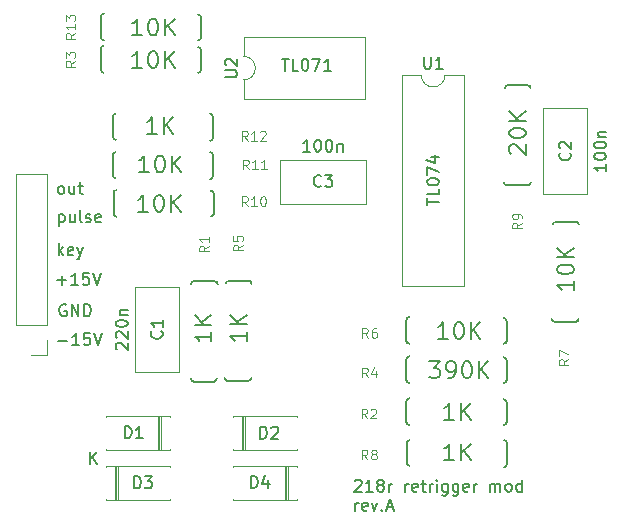
<source format=gbr>
%TF.GenerationSoftware,KiCad,Pcbnew,(6.0.0-0)*%
%TF.CreationDate,2022-01-05T21:11:28+01:00*%
%TF.ProjectId,218_trigger_mod,3231385f-7472-4696-9767-65725f6d6f64,rev?*%
%TF.SameCoordinates,Original*%
%TF.FileFunction,Legend,Top*%
%TF.FilePolarity,Positive*%
%FSLAX46Y46*%
G04 Gerber Fmt 4.6, Leading zero omitted, Abs format (unit mm)*
G04 Created by KiCad (PCBNEW (6.0.0-0)) date 2022-01-05 21:11:28*
%MOMM*%
%LPD*%
G01*
G04 APERTURE LIST*
%ADD10C,0.150000*%
%ADD11C,0.076200*%
%ADD12C,0.152400*%
%ADD13C,0.120000*%
G04 APERTURE END LIST*
D10*
X122733809Y-102580380D02*
X122733809Y-101580380D01*
X122829047Y-102199428D02*
X123114761Y-102580380D01*
X123114761Y-101913714D02*
X122733809Y-102294666D01*
X123924285Y-102532761D02*
X123829047Y-102580380D01*
X123638571Y-102580380D01*
X123543333Y-102532761D01*
X123495714Y-102437523D01*
X123495714Y-102056571D01*
X123543333Y-101961333D01*
X123638571Y-101913714D01*
X123829047Y-101913714D01*
X123924285Y-101961333D01*
X123971904Y-102056571D01*
X123971904Y-102151809D01*
X123495714Y-102247047D01*
X124305238Y-101913714D02*
X124543333Y-102580380D01*
X124781428Y-101913714D02*
X124543333Y-102580380D01*
X124448095Y-102818476D01*
X124400476Y-102866095D01*
X124305238Y-102913714D01*
X122850476Y-97380380D02*
X122755238Y-97332761D01*
X122707619Y-97285142D01*
X122660000Y-97189904D01*
X122660000Y-96904190D01*
X122707619Y-96808952D01*
X122755238Y-96761333D01*
X122850476Y-96713714D01*
X122993333Y-96713714D01*
X123088571Y-96761333D01*
X123136190Y-96808952D01*
X123183809Y-96904190D01*
X123183809Y-97189904D01*
X123136190Y-97285142D01*
X123088571Y-97332761D01*
X122993333Y-97380380D01*
X122850476Y-97380380D01*
X124040952Y-96713714D02*
X124040952Y-97380380D01*
X123612380Y-96713714D02*
X123612380Y-97237523D01*
X123660000Y-97332761D01*
X123755238Y-97380380D01*
X123898095Y-97380380D01*
X123993333Y-97332761D01*
X124040952Y-97285142D01*
X124374285Y-96713714D02*
X124755238Y-96713714D01*
X124517142Y-96380380D02*
X124517142Y-97237523D01*
X124564761Y-97332761D01*
X124660000Y-97380380D01*
X124755238Y-97380380D01*
X122598095Y-104699428D02*
X123360000Y-104699428D01*
X122979047Y-105080380D02*
X122979047Y-104318476D01*
X124360000Y-105080380D02*
X123788571Y-105080380D01*
X124074285Y-105080380D02*
X124074285Y-104080380D01*
X123979047Y-104223238D01*
X123883809Y-104318476D01*
X123788571Y-104366095D01*
X125264761Y-104080380D02*
X124788571Y-104080380D01*
X124740952Y-104556571D01*
X124788571Y-104508952D01*
X124883809Y-104461333D01*
X125121904Y-104461333D01*
X125217142Y-104508952D01*
X125264761Y-104556571D01*
X125312380Y-104651809D01*
X125312380Y-104889904D01*
X125264761Y-104985142D01*
X125217142Y-105032761D01*
X125121904Y-105080380D01*
X124883809Y-105080380D01*
X124788571Y-105032761D01*
X124740952Y-104985142D01*
X125598095Y-104080380D02*
X125931428Y-105080380D01*
X126264761Y-104080380D01*
X123348095Y-106778000D02*
X123252857Y-106730380D01*
X123110000Y-106730380D01*
X122967142Y-106778000D01*
X122871904Y-106873238D01*
X122824285Y-106968476D01*
X122776666Y-107158952D01*
X122776666Y-107301809D01*
X122824285Y-107492285D01*
X122871904Y-107587523D01*
X122967142Y-107682761D01*
X123110000Y-107730380D01*
X123205238Y-107730380D01*
X123348095Y-107682761D01*
X123395714Y-107635142D01*
X123395714Y-107301809D01*
X123205238Y-107301809D01*
X123824285Y-107730380D02*
X123824285Y-106730380D01*
X124395714Y-107730380D01*
X124395714Y-106730380D01*
X124871904Y-107730380D02*
X124871904Y-106730380D01*
X125110000Y-106730380D01*
X125252857Y-106778000D01*
X125348095Y-106873238D01*
X125395714Y-106968476D01*
X125443333Y-107158952D01*
X125443333Y-107301809D01*
X125395714Y-107492285D01*
X125348095Y-107587523D01*
X125252857Y-107682761D01*
X125110000Y-107730380D01*
X124871904Y-107730380D01*
X147787976Y-121687619D02*
X147835595Y-121640000D01*
X147930833Y-121592380D01*
X148168928Y-121592380D01*
X148264166Y-121640000D01*
X148311785Y-121687619D01*
X148359404Y-121782857D01*
X148359404Y-121878095D01*
X148311785Y-122020952D01*
X147740357Y-122592380D01*
X148359404Y-122592380D01*
X149311785Y-122592380D02*
X148740357Y-122592380D01*
X149026071Y-122592380D02*
X149026071Y-121592380D01*
X148930833Y-121735238D01*
X148835595Y-121830476D01*
X148740357Y-121878095D01*
X149883214Y-122020952D02*
X149787976Y-121973333D01*
X149740357Y-121925714D01*
X149692738Y-121830476D01*
X149692738Y-121782857D01*
X149740357Y-121687619D01*
X149787976Y-121640000D01*
X149883214Y-121592380D01*
X150073690Y-121592380D01*
X150168928Y-121640000D01*
X150216547Y-121687619D01*
X150264166Y-121782857D01*
X150264166Y-121830476D01*
X150216547Y-121925714D01*
X150168928Y-121973333D01*
X150073690Y-122020952D01*
X149883214Y-122020952D01*
X149787976Y-122068571D01*
X149740357Y-122116190D01*
X149692738Y-122211428D01*
X149692738Y-122401904D01*
X149740357Y-122497142D01*
X149787976Y-122544761D01*
X149883214Y-122592380D01*
X150073690Y-122592380D01*
X150168928Y-122544761D01*
X150216547Y-122497142D01*
X150264166Y-122401904D01*
X150264166Y-122211428D01*
X150216547Y-122116190D01*
X150168928Y-122068571D01*
X150073690Y-122020952D01*
X150692738Y-122592380D02*
X150692738Y-121925714D01*
X150692738Y-122116190D02*
X150740357Y-122020952D01*
X150787976Y-121973333D01*
X150883214Y-121925714D01*
X150978452Y-121925714D01*
X152073690Y-122592380D02*
X152073690Y-121925714D01*
X152073690Y-122116190D02*
X152121309Y-122020952D01*
X152168928Y-121973333D01*
X152264166Y-121925714D01*
X152359404Y-121925714D01*
X153073690Y-122544761D02*
X152978452Y-122592380D01*
X152787976Y-122592380D01*
X152692738Y-122544761D01*
X152645119Y-122449523D01*
X152645119Y-122068571D01*
X152692738Y-121973333D01*
X152787976Y-121925714D01*
X152978452Y-121925714D01*
X153073690Y-121973333D01*
X153121309Y-122068571D01*
X153121309Y-122163809D01*
X152645119Y-122259047D01*
X153407023Y-121925714D02*
X153787976Y-121925714D01*
X153549880Y-121592380D02*
X153549880Y-122449523D01*
X153597500Y-122544761D01*
X153692738Y-122592380D01*
X153787976Y-122592380D01*
X154121309Y-122592380D02*
X154121309Y-121925714D01*
X154121309Y-122116190D02*
X154168928Y-122020952D01*
X154216547Y-121973333D01*
X154311785Y-121925714D01*
X154407023Y-121925714D01*
X154740357Y-122592380D02*
X154740357Y-121925714D01*
X154740357Y-121592380D02*
X154692738Y-121640000D01*
X154740357Y-121687619D01*
X154787976Y-121640000D01*
X154740357Y-121592380D01*
X154740357Y-121687619D01*
X155645119Y-121925714D02*
X155645119Y-122735238D01*
X155597500Y-122830476D01*
X155549880Y-122878095D01*
X155454642Y-122925714D01*
X155311785Y-122925714D01*
X155216547Y-122878095D01*
X155645119Y-122544761D02*
X155549880Y-122592380D01*
X155359404Y-122592380D01*
X155264166Y-122544761D01*
X155216547Y-122497142D01*
X155168928Y-122401904D01*
X155168928Y-122116190D01*
X155216547Y-122020952D01*
X155264166Y-121973333D01*
X155359404Y-121925714D01*
X155549880Y-121925714D01*
X155645119Y-121973333D01*
X156549880Y-121925714D02*
X156549880Y-122735238D01*
X156502261Y-122830476D01*
X156454642Y-122878095D01*
X156359404Y-122925714D01*
X156216547Y-122925714D01*
X156121309Y-122878095D01*
X156549880Y-122544761D02*
X156454642Y-122592380D01*
X156264166Y-122592380D01*
X156168928Y-122544761D01*
X156121309Y-122497142D01*
X156073690Y-122401904D01*
X156073690Y-122116190D01*
X156121309Y-122020952D01*
X156168928Y-121973333D01*
X156264166Y-121925714D01*
X156454642Y-121925714D01*
X156549880Y-121973333D01*
X157407023Y-122544761D02*
X157311785Y-122592380D01*
X157121309Y-122592380D01*
X157026071Y-122544761D01*
X156978452Y-122449523D01*
X156978452Y-122068571D01*
X157026071Y-121973333D01*
X157121309Y-121925714D01*
X157311785Y-121925714D01*
X157407023Y-121973333D01*
X157454642Y-122068571D01*
X157454642Y-122163809D01*
X156978452Y-122259047D01*
X157883214Y-122592380D02*
X157883214Y-121925714D01*
X157883214Y-122116190D02*
X157930833Y-122020952D01*
X157978452Y-121973333D01*
X158073690Y-121925714D01*
X158168928Y-121925714D01*
X159264166Y-122592380D02*
X159264166Y-121925714D01*
X159264166Y-122020952D02*
X159311785Y-121973333D01*
X159407023Y-121925714D01*
X159549880Y-121925714D01*
X159645119Y-121973333D01*
X159692738Y-122068571D01*
X159692738Y-122592380D01*
X159692738Y-122068571D02*
X159740357Y-121973333D01*
X159835595Y-121925714D01*
X159978452Y-121925714D01*
X160073690Y-121973333D01*
X160121309Y-122068571D01*
X160121309Y-122592380D01*
X160740357Y-122592380D02*
X160645119Y-122544761D01*
X160597500Y-122497142D01*
X160549880Y-122401904D01*
X160549880Y-122116190D01*
X160597500Y-122020952D01*
X160645119Y-121973333D01*
X160740357Y-121925714D01*
X160883214Y-121925714D01*
X160978452Y-121973333D01*
X161026071Y-122020952D01*
X161073690Y-122116190D01*
X161073690Y-122401904D01*
X161026071Y-122497142D01*
X160978452Y-122544761D01*
X160883214Y-122592380D01*
X160740357Y-122592380D01*
X161930833Y-122592380D02*
X161930833Y-121592380D01*
X161930833Y-122544761D02*
X161835595Y-122592380D01*
X161645119Y-122592380D01*
X161549880Y-122544761D01*
X161502261Y-122497142D01*
X161454642Y-122401904D01*
X161454642Y-122116190D01*
X161502261Y-122020952D01*
X161549880Y-121973333D01*
X161645119Y-121925714D01*
X161835595Y-121925714D01*
X161930833Y-121973333D01*
X147835595Y-124202380D02*
X147835595Y-123535714D01*
X147835595Y-123726190D02*
X147883214Y-123630952D01*
X147930833Y-123583333D01*
X148026071Y-123535714D01*
X148121309Y-123535714D01*
X148835595Y-124154761D02*
X148740357Y-124202380D01*
X148549880Y-124202380D01*
X148454642Y-124154761D01*
X148407023Y-124059523D01*
X148407023Y-123678571D01*
X148454642Y-123583333D01*
X148549880Y-123535714D01*
X148740357Y-123535714D01*
X148835595Y-123583333D01*
X148883214Y-123678571D01*
X148883214Y-123773809D01*
X148407023Y-123869047D01*
X149216547Y-123535714D02*
X149454642Y-124202380D01*
X149692738Y-123535714D01*
X150073690Y-124107142D02*
X150121309Y-124154761D01*
X150073690Y-124202380D01*
X150026071Y-124154761D01*
X150073690Y-124107142D01*
X150073690Y-124202380D01*
X150502261Y-123916666D02*
X150978452Y-123916666D01*
X150407023Y-124202380D02*
X150740357Y-123202380D01*
X151073690Y-124202380D01*
X122738095Y-99113714D02*
X122738095Y-100113714D01*
X122738095Y-99161333D02*
X122833333Y-99113714D01*
X123023809Y-99113714D01*
X123119047Y-99161333D01*
X123166666Y-99208952D01*
X123214285Y-99304190D01*
X123214285Y-99589904D01*
X123166666Y-99685142D01*
X123119047Y-99732761D01*
X123023809Y-99780380D01*
X122833333Y-99780380D01*
X122738095Y-99732761D01*
X124071428Y-99113714D02*
X124071428Y-99780380D01*
X123642857Y-99113714D02*
X123642857Y-99637523D01*
X123690476Y-99732761D01*
X123785714Y-99780380D01*
X123928571Y-99780380D01*
X124023809Y-99732761D01*
X124071428Y-99685142D01*
X124690476Y-99780380D02*
X124595238Y-99732761D01*
X124547619Y-99637523D01*
X124547619Y-98780380D01*
X125023809Y-99732761D02*
X125119047Y-99780380D01*
X125309523Y-99780380D01*
X125404761Y-99732761D01*
X125452380Y-99637523D01*
X125452380Y-99589904D01*
X125404761Y-99494666D01*
X125309523Y-99447047D01*
X125166666Y-99447047D01*
X125071428Y-99399428D01*
X125023809Y-99304190D01*
X125023809Y-99256571D01*
X125071428Y-99161333D01*
X125166666Y-99113714D01*
X125309523Y-99113714D01*
X125404761Y-99161333D01*
X126261904Y-99732761D02*
X126166666Y-99780380D01*
X125976190Y-99780380D01*
X125880952Y-99732761D01*
X125833333Y-99637523D01*
X125833333Y-99256571D01*
X125880952Y-99161333D01*
X125976190Y-99113714D01*
X126166666Y-99113714D01*
X126261904Y-99161333D01*
X126309523Y-99256571D01*
X126309523Y-99351809D01*
X125833333Y-99447047D01*
X122698095Y-109799428D02*
X123460000Y-109799428D01*
X124460000Y-110180380D02*
X123888571Y-110180380D01*
X124174285Y-110180380D02*
X124174285Y-109180380D01*
X124079047Y-109323238D01*
X123983809Y-109418476D01*
X123888571Y-109466095D01*
X125364761Y-109180380D02*
X124888571Y-109180380D01*
X124840952Y-109656571D01*
X124888571Y-109608952D01*
X124983809Y-109561333D01*
X125221904Y-109561333D01*
X125317142Y-109608952D01*
X125364761Y-109656571D01*
X125412380Y-109751809D01*
X125412380Y-109989904D01*
X125364761Y-110085142D01*
X125317142Y-110132761D01*
X125221904Y-110180380D01*
X124983809Y-110180380D01*
X124888571Y-110132761D01*
X124840952Y-110085142D01*
X125698095Y-109180380D02*
X126031428Y-110180380D01*
X126364761Y-109180380D01*
%TO.C,U1*%
X153658095Y-85777380D02*
X153658095Y-86586904D01*
X153705714Y-86682142D01*
X153753333Y-86729761D01*
X153848571Y-86777380D01*
X154039047Y-86777380D01*
X154134285Y-86729761D01*
X154181904Y-86682142D01*
X154229523Y-86586904D01*
X154229523Y-85777380D01*
X155229523Y-86777380D02*
X154658095Y-86777380D01*
X154943809Y-86777380D02*
X154943809Y-85777380D01*
X154848571Y-85920238D01*
X154753333Y-86015476D01*
X154658095Y-86063095D01*
X153902380Y-98319047D02*
X153902380Y-97747619D01*
X154902380Y-98033333D02*
X153902380Y-98033333D01*
X154902380Y-96938095D02*
X154902380Y-97414285D01*
X153902380Y-97414285D01*
X153902380Y-96414285D02*
X153902380Y-96319047D01*
X153950000Y-96223809D01*
X153997619Y-96176190D01*
X154092857Y-96128571D01*
X154283333Y-96080952D01*
X154521428Y-96080952D01*
X154711904Y-96128571D01*
X154807142Y-96176190D01*
X154854761Y-96223809D01*
X154902380Y-96319047D01*
X154902380Y-96414285D01*
X154854761Y-96509523D01*
X154807142Y-96557142D01*
X154711904Y-96604761D01*
X154521428Y-96652380D01*
X154283333Y-96652380D01*
X154092857Y-96604761D01*
X153997619Y-96557142D01*
X153950000Y-96509523D01*
X153902380Y-96414285D01*
X153902380Y-95747619D02*
X153902380Y-95080952D01*
X154902380Y-95509523D01*
X154235714Y-94271428D02*
X154902380Y-94271428D01*
X153854761Y-94509523D02*
X154569047Y-94747619D01*
X154569047Y-94128571D01*
D11*
%TO.C,R5*%
X138317695Y-101685466D02*
X137930647Y-101956400D01*
X138317695Y-102149923D02*
X137504895Y-102149923D01*
X137504895Y-101840285D01*
X137543600Y-101762876D01*
X137582304Y-101724171D01*
X137659714Y-101685466D01*
X137775828Y-101685466D01*
X137853238Y-101724171D01*
X137891942Y-101762876D01*
X137930647Y-101840285D01*
X137930647Y-102149923D01*
X137504895Y-100950076D02*
X137504895Y-101337123D01*
X137891942Y-101375828D01*
X137853238Y-101337123D01*
X137814533Y-101259714D01*
X137814533Y-101066190D01*
X137853238Y-100988780D01*
X137891942Y-100950076D01*
X137969352Y-100911371D01*
X138162876Y-100911371D01*
X138240285Y-100950076D01*
X138278990Y-100988780D01*
X138317695Y-101066190D01*
X138317695Y-101259714D01*
X138278990Y-101337123D01*
X138240285Y-101375828D01*
D12*
X138622466Y-109041800D02*
X138622466Y-109854600D01*
X138622466Y-109448200D02*
X137200066Y-109448200D01*
X137403266Y-109583666D01*
X137538733Y-109719133D01*
X137606466Y-109854600D01*
X138622466Y-108432200D02*
X137200066Y-108432200D01*
X138622466Y-107619400D02*
X137809666Y-108229000D01*
X137200066Y-107619400D02*
X138012866Y-108432200D01*
D11*
%TO.C,R2*%
X148840533Y-116391695D02*
X148569600Y-116004647D01*
X148376076Y-116391695D02*
X148376076Y-115578895D01*
X148685714Y-115578895D01*
X148763123Y-115617600D01*
X148801828Y-115656304D01*
X148840533Y-115733714D01*
X148840533Y-115849828D01*
X148801828Y-115927238D01*
X148763123Y-115965942D01*
X148685714Y-116004647D01*
X148376076Y-116004647D01*
X149150171Y-115656304D02*
X149188876Y-115617600D01*
X149266285Y-115578895D01*
X149459809Y-115578895D01*
X149537219Y-115617600D01*
X149575923Y-115656304D01*
X149614628Y-115733714D01*
X149614628Y-115811123D01*
X149575923Y-115927238D01*
X149111466Y-116391695D01*
X149614628Y-116391695D01*
D12*
X156195200Y-116546466D02*
X155382400Y-116546466D01*
X155788800Y-116546466D02*
X155788800Y-115124066D01*
X155653333Y-115327266D01*
X155517866Y-115462733D01*
X155382400Y-115530466D01*
X156804800Y-116546466D02*
X156804800Y-115124066D01*
X157617600Y-116546466D02*
X157008000Y-115733666D01*
X157617600Y-115124066D02*
X156804800Y-115936866D01*
D11*
%TO.C,R8*%
X148864533Y-119867695D02*
X148593600Y-119480647D01*
X148400076Y-119867695D02*
X148400076Y-119054895D01*
X148709714Y-119054895D01*
X148787123Y-119093600D01*
X148825828Y-119132304D01*
X148864533Y-119209714D01*
X148864533Y-119325828D01*
X148825828Y-119403238D01*
X148787123Y-119441942D01*
X148709714Y-119480647D01*
X148400076Y-119480647D01*
X149328990Y-119403238D02*
X149251580Y-119364533D01*
X149212876Y-119325828D01*
X149174171Y-119248419D01*
X149174171Y-119209714D01*
X149212876Y-119132304D01*
X149251580Y-119093600D01*
X149328990Y-119054895D01*
X149483809Y-119054895D01*
X149561219Y-119093600D01*
X149599923Y-119132304D01*
X149638628Y-119209714D01*
X149638628Y-119248419D01*
X149599923Y-119325828D01*
X149561219Y-119364533D01*
X149483809Y-119403238D01*
X149328990Y-119403238D01*
X149251580Y-119441942D01*
X149212876Y-119480647D01*
X149174171Y-119558057D01*
X149174171Y-119712876D01*
X149212876Y-119790285D01*
X149251580Y-119828990D01*
X149328990Y-119867695D01*
X149483809Y-119867695D01*
X149561219Y-119828990D01*
X149599923Y-119790285D01*
X149638628Y-119712876D01*
X149638628Y-119558057D01*
X149599923Y-119480647D01*
X149561219Y-119441942D01*
X149483809Y-119403238D01*
D12*
X156195200Y-119944466D02*
X155382400Y-119944466D01*
X155788800Y-119944466D02*
X155788800Y-118522066D01*
X155653333Y-118725266D01*
X155517866Y-118860733D01*
X155382400Y-118928466D01*
X156804800Y-119944466D02*
X156804800Y-118522066D01*
X157617600Y-119944466D02*
X157008000Y-119131666D01*
X157617600Y-118522066D02*
X156804800Y-119334866D01*
D11*
%TO.C,R11*%
X138799485Y-95297695D02*
X138528552Y-94910647D01*
X138335028Y-95297695D02*
X138335028Y-94484895D01*
X138644666Y-94484895D01*
X138722076Y-94523600D01*
X138760780Y-94562304D01*
X138799485Y-94639714D01*
X138799485Y-94755828D01*
X138760780Y-94833238D01*
X138722076Y-94871942D01*
X138644666Y-94910647D01*
X138335028Y-94910647D01*
X139573580Y-95297695D02*
X139109123Y-95297695D01*
X139341352Y-95297695D02*
X139341352Y-94484895D01*
X139263942Y-94601009D01*
X139186533Y-94678419D01*
X139109123Y-94717123D01*
X140347676Y-95297695D02*
X139883219Y-95297695D01*
X140115447Y-95297695D02*
X140115447Y-94484895D01*
X140038038Y-94601009D01*
X139960628Y-94678419D01*
X139883219Y-94717123D01*
D12*
X130326866Y-95564466D02*
X129514066Y-95564466D01*
X129920466Y-95564466D02*
X129920466Y-94142066D01*
X129785000Y-94345266D01*
X129649533Y-94480733D01*
X129514066Y-94548466D01*
X131207400Y-94142066D02*
X131342866Y-94142066D01*
X131478333Y-94209800D01*
X131546066Y-94277533D01*
X131613800Y-94413000D01*
X131681533Y-94683933D01*
X131681533Y-95022600D01*
X131613800Y-95293533D01*
X131546066Y-95429000D01*
X131478333Y-95496733D01*
X131342866Y-95564466D01*
X131207400Y-95564466D01*
X131071933Y-95496733D01*
X131004200Y-95429000D01*
X130936466Y-95293533D01*
X130868733Y-95022600D01*
X130868733Y-94683933D01*
X130936466Y-94413000D01*
X131004200Y-94277533D01*
X131071933Y-94209800D01*
X131207400Y-94142066D01*
X132291133Y-95564466D02*
X132291133Y-94142066D01*
X133103933Y-95564466D02*
X132494333Y-94751666D01*
X133103933Y-94142066D02*
X132291133Y-94954866D01*
D11*
%TO.C,R12*%
X138719485Y-92867695D02*
X138448552Y-92480647D01*
X138255028Y-92867695D02*
X138255028Y-92054895D01*
X138564666Y-92054895D01*
X138642076Y-92093600D01*
X138680780Y-92132304D01*
X138719485Y-92209714D01*
X138719485Y-92325828D01*
X138680780Y-92403238D01*
X138642076Y-92441942D01*
X138564666Y-92480647D01*
X138255028Y-92480647D01*
X139493580Y-92867695D02*
X139029123Y-92867695D01*
X139261352Y-92867695D02*
X139261352Y-92054895D01*
X139183942Y-92171009D01*
X139106533Y-92248419D01*
X139029123Y-92287123D01*
X139803219Y-92132304D02*
X139841923Y-92093600D01*
X139919333Y-92054895D01*
X140112857Y-92054895D01*
X140190266Y-92093600D01*
X140228971Y-92132304D01*
X140267676Y-92209714D01*
X140267676Y-92287123D01*
X140228971Y-92403238D01*
X139764514Y-92867695D01*
X140267676Y-92867695D01*
D12*
X131004200Y-92314466D02*
X130191400Y-92314466D01*
X130597800Y-92314466D02*
X130597800Y-90892066D01*
X130462333Y-91095266D01*
X130326866Y-91230733D01*
X130191400Y-91298466D01*
X131613800Y-92314466D02*
X131613800Y-90892066D01*
X132426600Y-92314466D02*
X131817000Y-91501666D01*
X132426600Y-90892066D02*
X131613800Y-91704866D01*
D10*
%TO.C,C2*%
X165982142Y-93912666D02*
X166029761Y-93960285D01*
X166077380Y-94103142D01*
X166077380Y-94198380D01*
X166029761Y-94341238D01*
X165934523Y-94436476D01*
X165839285Y-94484095D01*
X165648809Y-94531714D01*
X165505952Y-94531714D01*
X165315476Y-94484095D01*
X165220238Y-94436476D01*
X165125000Y-94341238D01*
X165077380Y-94198380D01*
X165077380Y-94103142D01*
X165125000Y-93960285D01*
X165172619Y-93912666D01*
X165172619Y-93531714D02*
X165125000Y-93484095D01*
X165077380Y-93388857D01*
X165077380Y-93150761D01*
X165125000Y-93055523D01*
X165172619Y-93007904D01*
X165267857Y-92960285D01*
X165363095Y-92960285D01*
X165505952Y-93007904D01*
X166077380Y-93579333D01*
X166077380Y-92960285D01*
X169060380Y-94869047D02*
X169060380Y-95440476D01*
X169060380Y-95154761D02*
X168060380Y-95154761D01*
X168203238Y-95250000D01*
X168298476Y-95345238D01*
X168346095Y-95440476D01*
X168060380Y-94250000D02*
X168060380Y-94154761D01*
X168108000Y-94059523D01*
X168155619Y-94011904D01*
X168250857Y-93964285D01*
X168441333Y-93916666D01*
X168679428Y-93916666D01*
X168869904Y-93964285D01*
X168965142Y-94011904D01*
X169012761Y-94059523D01*
X169060380Y-94154761D01*
X169060380Y-94250000D01*
X169012761Y-94345238D01*
X168965142Y-94392857D01*
X168869904Y-94440476D01*
X168679428Y-94488095D01*
X168441333Y-94488095D01*
X168250857Y-94440476D01*
X168155619Y-94392857D01*
X168108000Y-94345238D01*
X168060380Y-94250000D01*
X168060380Y-93297619D02*
X168060380Y-93202380D01*
X168108000Y-93107142D01*
X168155619Y-93059523D01*
X168250857Y-93011904D01*
X168441333Y-92964285D01*
X168679428Y-92964285D01*
X168869904Y-93011904D01*
X168965142Y-93059523D01*
X169012761Y-93107142D01*
X169060380Y-93202380D01*
X169060380Y-93297619D01*
X169012761Y-93392857D01*
X168965142Y-93440476D01*
X168869904Y-93488095D01*
X168679428Y-93535714D01*
X168441333Y-93535714D01*
X168250857Y-93488095D01*
X168155619Y-93440476D01*
X168108000Y-93392857D01*
X168060380Y-93297619D01*
X168393714Y-92535714D02*
X169060380Y-92535714D01*
X168488952Y-92535714D02*
X168441333Y-92488095D01*
X168393714Y-92392857D01*
X168393714Y-92250000D01*
X168441333Y-92154761D01*
X168536571Y-92107142D01*
X169060380Y-92107142D01*
D11*
%TO.C,R10*%
X138719485Y-98417695D02*
X138448552Y-98030647D01*
X138255028Y-98417695D02*
X138255028Y-97604895D01*
X138564666Y-97604895D01*
X138642076Y-97643600D01*
X138680780Y-97682304D01*
X138719485Y-97759714D01*
X138719485Y-97875828D01*
X138680780Y-97953238D01*
X138642076Y-97991942D01*
X138564666Y-98030647D01*
X138255028Y-98030647D01*
X139493580Y-98417695D02*
X139029123Y-98417695D01*
X139261352Y-98417695D02*
X139261352Y-97604895D01*
X139183942Y-97721009D01*
X139106533Y-97798419D01*
X139029123Y-97837123D01*
X139996742Y-97604895D02*
X140074152Y-97604895D01*
X140151561Y-97643600D01*
X140190266Y-97682304D01*
X140228971Y-97759714D01*
X140267676Y-97914533D01*
X140267676Y-98108057D01*
X140228971Y-98262876D01*
X140190266Y-98340285D01*
X140151561Y-98378990D01*
X140074152Y-98417695D01*
X139996742Y-98417695D01*
X139919333Y-98378990D01*
X139880628Y-98340285D01*
X139841923Y-98262876D01*
X139803219Y-98108057D01*
X139803219Y-97914533D01*
X139841923Y-97759714D01*
X139880628Y-97682304D01*
X139919333Y-97643600D01*
X139996742Y-97604895D01*
D12*
X130267866Y-98882466D02*
X129455066Y-98882466D01*
X129861466Y-98882466D02*
X129861466Y-97460066D01*
X129726000Y-97663266D01*
X129590533Y-97798733D01*
X129455066Y-97866466D01*
X131148400Y-97460066D02*
X131283866Y-97460066D01*
X131419333Y-97527800D01*
X131487066Y-97595533D01*
X131554800Y-97731000D01*
X131622533Y-98001933D01*
X131622533Y-98340600D01*
X131554800Y-98611533D01*
X131487066Y-98747000D01*
X131419333Y-98814733D01*
X131283866Y-98882466D01*
X131148400Y-98882466D01*
X131012933Y-98814733D01*
X130945200Y-98747000D01*
X130877466Y-98611533D01*
X130809733Y-98340600D01*
X130809733Y-98001933D01*
X130877466Y-97731000D01*
X130945200Y-97595533D01*
X131012933Y-97527800D01*
X131148400Y-97460066D01*
X132232133Y-98882466D02*
X132232133Y-97460066D01*
X133044933Y-98882466D02*
X132435333Y-98069666D01*
X133044933Y-97460066D02*
X132232133Y-98272866D01*
D11*
%TO.C,R6*%
X148904533Y-109567695D02*
X148633600Y-109180647D01*
X148440076Y-109567695D02*
X148440076Y-108754895D01*
X148749714Y-108754895D01*
X148827123Y-108793600D01*
X148865828Y-108832304D01*
X148904533Y-108909714D01*
X148904533Y-109025828D01*
X148865828Y-109103238D01*
X148827123Y-109141942D01*
X148749714Y-109180647D01*
X148440076Y-109180647D01*
X149601219Y-108754895D02*
X149446400Y-108754895D01*
X149368990Y-108793600D01*
X149330285Y-108832304D01*
X149252876Y-108948419D01*
X149214171Y-109103238D01*
X149214171Y-109412876D01*
X149252876Y-109490285D01*
X149291580Y-109528990D01*
X149368990Y-109567695D01*
X149523809Y-109567695D01*
X149601219Y-109528990D01*
X149639923Y-109490285D01*
X149678628Y-109412876D01*
X149678628Y-109219352D01*
X149639923Y-109141942D01*
X149601219Y-109103238D01*
X149523809Y-109064533D01*
X149368990Y-109064533D01*
X149291580Y-109103238D01*
X149252876Y-109141942D01*
X149214171Y-109219352D01*
D12*
X155650866Y-109662466D02*
X154838066Y-109662466D01*
X155244466Y-109662466D02*
X155244466Y-108240066D01*
X155109000Y-108443266D01*
X154973533Y-108578733D01*
X154838066Y-108646466D01*
X156531400Y-108240066D02*
X156666866Y-108240066D01*
X156802333Y-108307800D01*
X156870066Y-108375533D01*
X156937800Y-108511000D01*
X157005533Y-108781933D01*
X157005533Y-109120600D01*
X156937800Y-109391533D01*
X156870066Y-109527000D01*
X156802333Y-109594733D01*
X156666866Y-109662466D01*
X156531400Y-109662466D01*
X156395933Y-109594733D01*
X156328200Y-109527000D01*
X156260466Y-109391533D01*
X156192733Y-109120600D01*
X156192733Y-108781933D01*
X156260466Y-108511000D01*
X156328200Y-108375533D01*
X156395933Y-108307800D01*
X156531400Y-108240066D01*
X157615133Y-109662466D02*
X157615133Y-108240066D01*
X158427933Y-109662466D02*
X157818333Y-108849666D01*
X158427933Y-108240066D02*
X157615133Y-109052866D01*
D10*
%TO.C,U2*%
X136822380Y-87501904D02*
X137631904Y-87501904D01*
X137727142Y-87454285D01*
X137774761Y-87406666D01*
X137822380Y-87311428D01*
X137822380Y-87120952D01*
X137774761Y-87025714D01*
X137727142Y-86978095D01*
X137631904Y-86930476D01*
X136822380Y-86930476D01*
X136917619Y-86501904D02*
X136870000Y-86454285D01*
X136822380Y-86359047D01*
X136822380Y-86120952D01*
X136870000Y-86025714D01*
X136917619Y-85978095D01*
X137012857Y-85930476D01*
X137108095Y-85930476D01*
X137250952Y-85978095D01*
X137822380Y-86549523D01*
X137822380Y-85930476D01*
X141630952Y-85952380D02*
X142202380Y-85952380D01*
X141916666Y-86952380D02*
X141916666Y-85952380D01*
X143011904Y-86952380D02*
X142535714Y-86952380D01*
X142535714Y-85952380D01*
X143535714Y-85952380D02*
X143630952Y-85952380D01*
X143726190Y-86000000D01*
X143773809Y-86047619D01*
X143821428Y-86142857D01*
X143869047Y-86333333D01*
X143869047Y-86571428D01*
X143821428Y-86761904D01*
X143773809Y-86857142D01*
X143726190Y-86904761D01*
X143630952Y-86952380D01*
X143535714Y-86952380D01*
X143440476Y-86904761D01*
X143392857Y-86857142D01*
X143345238Y-86761904D01*
X143297619Y-86571428D01*
X143297619Y-86333333D01*
X143345238Y-86142857D01*
X143392857Y-86047619D01*
X143440476Y-86000000D01*
X143535714Y-85952380D01*
X144202380Y-85952380D02*
X144869047Y-85952380D01*
X144440476Y-86952380D01*
X145773809Y-86952380D02*
X145202380Y-86952380D01*
X145488095Y-86952380D02*
X145488095Y-85952380D01*
X145392857Y-86095238D01*
X145297619Y-86190476D01*
X145202380Y-86238095D01*
D11*
%TO.C,R9*%
X161931695Y-99831466D02*
X161544647Y-100102400D01*
X161931695Y-100295923D02*
X161118895Y-100295923D01*
X161118895Y-99986285D01*
X161157600Y-99908876D01*
X161196304Y-99870171D01*
X161273714Y-99831466D01*
X161389828Y-99831466D01*
X161467238Y-99870171D01*
X161505942Y-99908876D01*
X161544647Y-99986285D01*
X161544647Y-100295923D01*
X161931695Y-99444419D02*
X161931695Y-99289600D01*
X161892990Y-99212190D01*
X161854285Y-99173485D01*
X161738171Y-99096076D01*
X161583352Y-99057371D01*
X161273714Y-99057371D01*
X161196304Y-99096076D01*
X161157600Y-99134780D01*
X161118895Y-99212190D01*
X161118895Y-99367009D01*
X161157600Y-99444419D01*
X161196304Y-99483123D01*
X161273714Y-99521828D01*
X161467238Y-99521828D01*
X161544647Y-99483123D01*
X161583352Y-99444419D01*
X161622057Y-99367009D01*
X161622057Y-99212190D01*
X161583352Y-99134780D01*
X161544647Y-99096076D01*
X161467238Y-99057371D01*
D12*
X160979533Y-93987933D02*
X160911800Y-93920200D01*
X160844066Y-93784733D01*
X160844066Y-93446066D01*
X160911800Y-93310600D01*
X160979533Y-93242866D01*
X161115000Y-93175133D01*
X161250466Y-93175133D01*
X161453666Y-93242866D01*
X162266466Y-94055666D01*
X162266466Y-93175133D01*
X160844066Y-92294600D02*
X160844066Y-92159133D01*
X160911800Y-92023666D01*
X160979533Y-91955933D01*
X161115000Y-91888200D01*
X161385933Y-91820466D01*
X161724600Y-91820466D01*
X161995533Y-91888200D01*
X162131000Y-91955933D01*
X162198733Y-92023666D01*
X162266466Y-92159133D01*
X162266466Y-92294600D01*
X162198733Y-92430066D01*
X162131000Y-92497800D01*
X161995533Y-92565533D01*
X161724600Y-92633266D01*
X161385933Y-92633266D01*
X161115000Y-92565533D01*
X160979533Y-92497800D01*
X160911800Y-92430066D01*
X160844066Y-92294600D01*
X162266466Y-91210866D02*
X160844066Y-91210866D01*
X162266466Y-90398066D02*
X161453666Y-91007666D01*
X160844066Y-90398066D02*
X161656866Y-91210866D01*
D10*
%TO.C,D1*%
X128321904Y-118072380D02*
X128321904Y-117072380D01*
X128560000Y-117072380D01*
X128702857Y-117120000D01*
X128798095Y-117215238D01*
X128845714Y-117310476D01*
X128893333Y-117500952D01*
X128893333Y-117643809D01*
X128845714Y-117834285D01*
X128798095Y-117929523D01*
X128702857Y-118024761D01*
X128560000Y-118072380D01*
X128321904Y-118072380D01*
X129845714Y-118072380D02*
X129274285Y-118072380D01*
X129560000Y-118072380D02*
X129560000Y-117072380D01*
X129464761Y-117215238D01*
X129369523Y-117310476D01*
X129274285Y-117358095D01*
D11*
%TO.C,R13*%
X124117695Y-83772514D02*
X123730647Y-84043447D01*
X124117695Y-84236971D02*
X123304895Y-84236971D01*
X123304895Y-83927333D01*
X123343600Y-83849923D01*
X123382304Y-83811219D01*
X123459714Y-83772514D01*
X123575828Y-83772514D01*
X123653238Y-83811219D01*
X123691942Y-83849923D01*
X123730647Y-83927333D01*
X123730647Y-84236971D01*
X124117695Y-82998419D02*
X124117695Y-83462876D01*
X124117695Y-83230647D02*
X123304895Y-83230647D01*
X123421009Y-83308057D01*
X123498419Y-83385466D01*
X123537123Y-83462876D01*
X123304895Y-82727485D02*
X123304895Y-82224323D01*
X123614533Y-82495257D01*
X123614533Y-82379142D01*
X123653238Y-82301733D01*
X123691942Y-82263028D01*
X123769352Y-82224323D01*
X123962876Y-82224323D01*
X124040285Y-82263028D01*
X124078990Y-82301733D01*
X124117695Y-82379142D01*
X124117695Y-82611371D01*
X124078990Y-82688780D01*
X124040285Y-82727485D01*
D12*
X129780866Y-83972466D02*
X128968066Y-83972466D01*
X129374466Y-83972466D02*
X129374466Y-82550066D01*
X129239000Y-82753266D01*
X129103533Y-82888733D01*
X128968066Y-82956466D01*
X130661400Y-82550066D02*
X130796866Y-82550066D01*
X130932333Y-82617800D01*
X131000066Y-82685533D01*
X131067800Y-82821000D01*
X131135533Y-83091933D01*
X131135533Y-83430600D01*
X131067800Y-83701533D01*
X131000066Y-83837000D01*
X130932333Y-83904733D01*
X130796866Y-83972466D01*
X130661400Y-83972466D01*
X130525933Y-83904733D01*
X130458200Y-83837000D01*
X130390466Y-83701533D01*
X130322733Y-83430600D01*
X130322733Y-83091933D01*
X130390466Y-82821000D01*
X130458200Y-82685533D01*
X130525933Y-82617800D01*
X130661400Y-82550066D01*
X131745133Y-83972466D02*
X131745133Y-82550066D01*
X132557933Y-83972466D02*
X131948333Y-83159666D01*
X132557933Y-82550066D02*
X131745133Y-83362866D01*
D10*
%TO.C,D2*%
X139771904Y-118102380D02*
X139771904Y-117102380D01*
X140010000Y-117102380D01*
X140152857Y-117150000D01*
X140248095Y-117245238D01*
X140295714Y-117340476D01*
X140343333Y-117530952D01*
X140343333Y-117673809D01*
X140295714Y-117864285D01*
X140248095Y-117959523D01*
X140152857Y-118054761D01*
X140010000Y-118102380D01*
X139771904Y-118102380D01*
X140724285Y-117197619D02*
X140771904Y-117150000D01*
X140867142Y-117102380D01*
X141105238Y-117102380D01*
X141200476Y-117150000D01*
X141248095Y-117197619D01*
X141295714Y-117292857D01*
X141295714Y-117388095D01*
X141248095Y-117530952D01*
X140676666Y-118102380D01*
X141295714Y-118102380D01*
%TO.C,C3*%
X144939333Y-96690142D02*
X144891714Y-96737761D01*
X144748857Y-96785380D01*
X144653619Y-96785380D01*
X144510761Y-96737761D01*
X144415523Y-96642523D01*
X144367904Y-96547285D01*
X144320285Y-96356809D01*
X144320285Y-96213952D01*
X144367904Y-96023476D01*
X144415523Y-95928238D01*
X144510761Y-95833000D01*
X144653619Y-95785380D01*
X144748857Y-95785380D01*
X144891714Y-95833000D01*
X144939333Y-95880619D01*
X145272666Y-95785380D02*
X145891714Y-95785380D01*
X145558380Y-96166333D01*
X145701238Y-96166333D01*
X145796476Y-96213952D01*
X145844095Y-96261571D01*
X145891714Y-96356809D01*
X145891714Y-96594904D01*
X145844095Y-96690142D01*
X145796476Y-96737761D01*
X145701238Y-96785380D01*
X145415523Y-96785380D01*
X145320285Y-96737761D01*
X145272666Y-96690142D01*
X143990952Y-93802380D02*
X143419523Y-93802380D01*
X143705238Y-93802380D02*
X143705238Y-92802380D01*
X143610000Y-92945238D01*
X143514761Y-93040476D01*
X143419523Y-93088095D01*
X144610000Y-92802380D02*
X144705238Y-92802380D01*
X144800476Y-92850000D01*
X144848095Y-92897619D01*
X144895714Y-92992857D01*
X144943333Y-93183333D01*
X144943333Y-93421428D01*
X144895714Y-93611904D01*
X144848095Y-93707142D01*
X144800476Y-93754761D01*
X144705238Y-93802380D01*
X144610000Y-93802380D01*
X144514761Y-93754761D01*
X144467142Y-93707142D01*
X144419523Y-93611904D01*
X144371904Y-93421428D01*
X144371904Y-93183333D01*
X144419523Y-92992857D01*
X144467142Y-92897619D01*
X144514761Y-92850000D01*
X144610000Y-92802380D01*
X145562380Y-92802380D02*
X145657619Y-92802380D01*
X145752857Y-92850000D01*
X145800476Y-92897619D01*
X145848095Y-92992857D01*
X145895714Y-93183333D01*
X145895714Y-93421428D01*
X145848095Y-93611904D01*
X145800476Y-93707142D01*
X145752857Y-93754761D01*
X145657619Y-93802380D01*
X145562380Y-93802380D01*
X145467142Y-93754761D01*
X145419523Y-93707142D01*
X145371904Y-93611904D01*
X145324285Y-93421428D01*
X145324285Y-93183333D01*
X145371904Y-92992857D01*
X145419523Y-92897619D01*
X145467142Y-92850000D01*
X145562380Y-92802380D01*
X146324285Y-93135714D02*
X146324285Y-93802380D01*
X146324285Y-93230952D02*
X146371904Y-93183333D01*
X146467142Y-93135714D01*
X146610000Y-93135714D01*
X146705238Y-93183333D01*
X146752857Y-93278571D01*
X146752857Y-93802380D01*
%TO.C,D3*%
X129101904Y-122302380D02*
X129101904Y-121302380D01*
X129340000Y-121302380D01*
X129482857Y-121350000D01*
X129578095Y-121445238D01*
X129625714Y-121540476D01*
X129673333Y-121730952D01*
X129673333Y-121873809D01*
X129625714Y-122064285D01*
X129578095Y-122159523D01*
X129482857Y-122254761D01*
X129340000Y-122302380D01*
X129101904Y-122302380D01*
X130006666Y-121302380D02*
X130625714Y-121302380D01*
X130292380Y-121683333D01*
X130435238Y-121683333D01*
X130530476Y-121730952D01*
X130578095Y-121778571D01*
X130625714Y-121873809D01*
X130625714Y-122111904D01*
X130578095Y-122207142D01*
X130530476Y-122254761D01*
X130435238Y-122302380D01*
X130149523Y-122302380D01*
X130054285Y-122254761D01*
X130006666Y-122207142D01*
X125358095Y-120222380D02*
X125358095Y-119222380D01*
X125929523Y-120222380D02*
X125500952Y-119650952D01*
X125929523Y-119222380D02*
X125358095Y-119793809D01*
%TO.C,C1*%
X131424142Y-109012666D02*
X131471761Y-109060285D01*
X131519380Y-109203142D01*
X131519380Y-109298380D01*
X131471761Y-109441238D01*
X131376523Y-109536476D01*
X131281285Y-109584095D01*
X131090809Y-109631714D01*
X130947952Y-109631714D01*
X130757476Y-109584095D01*
X130662238Y-109536476D01*
X130567000Y-109441238D01*
X130519380Y-109298380D01*
X130519380Y-109203142D01*
X130567000Y-109060285D01*
X130614619Y-109012666D01*
X131519380Y-108060285D02*
X131519380Y-108631714D01*
X131519380Y-108346000D02*
X130519380Y-108346000D01*
X130662238Y-108441238D01*
X130757476Y-108536476D01*
X130805095Y-108631714D01*
X127647619Y-110540476D02*
X127600000Y-110492857D01*
X127552380Y-110397619D01*
X127552380Y-110159523D01*
X127600000Y-110064285D01*
X127647619Y-110016666D01*
X127742857Y-109969047D01*
X127838095Y-109969047D01*
X127980952Y-110016666D01*
X128552380Y-110588095D01*
X128552380Y-109969047D01*
X127647619Y-109588095D02*
X127600000Y-109540476D01*
X127552380Y-109445238D01*
X127552380Y-109207142D01*
X127600000Y-109111904D01*
X127647619Y-109064285D01*
X127742857Y-109016666D01*
X127838095Y-109016666D01*
X127980952Y-109064285D01*
X128552380Y-109635714D01*
X128552380Y-109016666D01*
X127552380Y-108397619D02*
X127552380Y-108302380D01*
X127600000Y-108207142D01*
X127647619Y-108159523D01*
X127742857Y-108111904D01*
X127933333Y-108064285D01*
X128171428Y-108064285D01*
X128361904Y-108111904D01*
X128457142Y-108159523D01*
X128504761Y-108207142D01*
X128552380Y-108302380D01*
X128552380Y-108397619D01*
X128504761Y-108492857D01*
X128457142Y-108540476D01*
X128361904Y-108588095D01*
X128171428Y-108635714D01*
X127933333Y-108635714D01*
X127742857Y-108588095D01*
X127647619Y-108540476D01*
X127600000Y-108492857D01*
X127552380Y-108397619D01*
X127885714Y-107635714D02*
X128552380Y-107635714D01*
X127980952Y-107635714D02*
X127933333Y-107588095D01*
X127885714Y-107492857D01*
X127885714Y-107350000D01*
X127933333Y-107254761D01*
X128028571Y-107207142D01*
X128552380Y-107207142D01*
D11*
%TO.C,R3*%
X124117695Y-86135466D02*
X123730647Y-86406400D01*
X124117695Y-86599923D02*
X123304895Y-86599923D01*
X123304895Y-86290285D01*
X123343600Y-86212876D01*
X123382304Y-86174171D01*
X123459714Y-86135466D01*
X123575828Y-86135466D01*
X123653238Y-86174171D01*
X123691942Y-86212876D01*
X123730647Y-86290285D01*
X123730647Y-86599923D01*
X123304895Y-85864533D02*
X123304895Y-85361371D01*
X123614533Y-85632304D01*
X123614533Y-85516190D01*
X123653238Y-85438780D01*
X123691942Y-85400076D01*
X123769352Y-85361371D01*
X123962876Y-85361371D01*
X124040285Y-85400076D01*
X124078990Y-85438780D01*
X124117695Y-85516190D01*
X124117695Y-85748419D01*
X124078990Y-85825828D01*
X124040285Y-85864533D01*
D12*
X129780866Y-86722466D02*
X128968066Y-86722466D01*
X129374466Y-86722466D02*
X129374466Y-85300066D01*
X129239000Y-85503266D01*
X129103533Y-85638733D01*
X128968066Y-85706466D01*
X130661400Y-85300066D02*
X130796866Y-85300066D01*
X130932333Y-85367800D01*
X131000066Y-85435533D01*
X131067800Y-85571000D01*
X131135533Y-85841933D01*
X131135533Y-86180600D01*
X131067800Y-86451533D01*
X131000066Y-86587000D01*
X130932333Y-86654733D01*
X130796866Y-86722466D01*
X130661400Y-86722466D01*
X130525933Y-86654733D01*
X130458200Y-86587000D01*
X130390466Y-86451533D01*
X130322733Y-86180600D01*
X130322733Y-85841933D01*
X130390466Y-85571000D01*
X130458200Y-85435533D01*
X130525933Y-85367800D01*
X130661400Y-85300066D01*
X131745133Y-86722466D02*
X131745133Y-85300066D01*
X132557933Y-86722466D02*
X131948333Y-85909666D01*
X132557933Y-85300066D02*
X131745133Y-86112866D01*
D10*
%TO.C,D4*%
X139011904Y-122272380D02*
X139011904Y-121272380D01*
X139250000Y-121272380D01*
X139392857Y-121320000D01*
X139488095Y-121415238D01*
X139535714Y-121510476D01*
X139583333Y-121700952D01*
X139583333Y-121843809D01*
X139535714Y-122034285D01*
X139488095Y-122129523D01*
X139392857Y-122224761D01*
X139250000Y-122272380D01*
X139011904Y-122272380D01*
X140440476Y-121605714D02*
X140440476Y-122272380D01*
X140202380Y-121224761D02*
X139964285Y-121939047D01*
X140583333Y-121939047D01*
D11*
%TO.C,R4*%
X148890533Y-112905695D02*
X148619600Y-112518647D01*
X148426076Y-112905695D02*
X148426076Y-112092895D01*
X148735714Y-112092895D01*
X148813123Y-112131600D01*
X148851828Y-112170304D01*
X148890533Y-112247714D01*
X148890533Y-112363828D01*
X148851828Y-112441238D01*
X148813123Y-112479942D01*
X148735714Y-112518647D01*
X148426076Y-112518647D01*
X149587219Y-112363828D02*
X149587219Y-112905695D01*
X149393695Y-112054190D02*
X149200171Y-112634761D01*
X149703333Y-112634761D01*
D12*
X154093000Y-111568066D02*
X154973533Y-111568066D01*
X154499400Y-112109933D01*
X154702600Y-112109933D01*
X154838066Y-112177666D01*
X154905800Y-112245400D01*
X154973533Y-112380866D01*
X154973533Y-112719533D01*
X154905800Y-112855000D01*
X154838066Y-112922733D01*
X154702600Y-112990466D01*
X154296200Y-112990466D01*
X154160733Y-112922733D01*
X154093000Y-112855000D01*
X155650866Y-112990466D02*
X155921800Y-112990466D01*
X156057266Y-112922733D01*
X156125000Y-112855000D01*
X156260466Y-112651800D01*
X156328200Y-112380866D01*
X156328200Y-111839000D01*
X156260466Y-111703533D01*
X156192733Y-111635800D01*
X156057266Y-111568066D01*
X155786333Y-111568066D01*
X155650866Y-111635800D01*
X155583133Y-111703533D01*
X155515400Y-111839000D01*
X155515400Y-112177666D01*
X155583133Y-112313133D01*
X155650866Y-112380866D01*
X155786333Y-112448600D01*
X156057266Y-112448600D01*
X156192733Y-112380866D01*
X156260466Y-112313133D01*
X156328200Y-112177666D01*
X157208733Y-111568066D02*
X157344200Y-111568066D01*
X157479666Y-111635800D01*
X157547400Y-111703533D01*
X157615133Y-111839000D01*
X157682866Y-112109933D01*
X157682866Y-112448600D01*
X157615133Y-112719533D01*
X157547400Y-112855000D01*
X157479666Y-112922733D01*
X157344200Y-112990466D01*
X157208733Y-112990466D01*
X157073266Y-112922733D01*
X157005533Y-112855000D01*
X156937800Y-112719533D01*
X156870066Y-112448600D01*
X156870066Y-112109933D01*
X156937800Y-111839000D01*
X157005533Y-111703533D01*
X157073266Y-111635800D01*
X157208733Y-111568066D01*
X158292466Y-112990466D02*
X158292466Y-111568066D01*
X159105266Y-112990466D02*
X158495666Y-112177666D01*
X159105266Y-111568066D02*
X158292466Y-112380866D01*
D11*
%TO.C,R1*%
X135417695Y-101785466D02*
X135030647Y-102056400D01*
X135417695Y-102249923D02*
X134604895Y-102249923D01*
X134604895Y-101940285D01*
X134643600Y-101862876D01*
X134682304Y-101824171D01*
X134759714Y-101785466D01*
X134875828Y-101785466D01*
X134953238Y-101824171D01*
X134991942Y-101862876D01*
X135030647Y-101940285D01*
X135030647Y-102249923D01*
X135417695Y-101011371D02*
X135417695Y-101475828D01*
X135417695Y-101243600D02*
X134604895Y-101243600D01*
X134721009Y-101321009D01*
X134798419Y-101398419D01*
X134837123Y-101475828D01*
D12*
X135643466Y-109054800D02*
X135643466Y-109867600D01*
X135643466Y-109461200D02*
X134221066Y-109461200D01*
X134424266Y-109596666D01*
X134559733Y-109732133D01*
X134627466Y-109867600D01*
X135643466Y-108445200D02*
X134221066Y-108445200D01*
X135643466Y-107632400D02*
X134830666Y-108242000D01*
X134221066Y-107632400D02*
X135033866Y-108445200D01*
D11*
%TO.C,R7*%
X165867695Y-111385466D02*
X165480647Y-111656400D01*
X165867695Y-111849923D02*
X165054895Y-111849923D01*
X165054895Y-111540285D01*
X165093600Y-111462876D01*
X165132304Y-111424171D01*
X165209714Y-111385466D01*
X165325828Y-111385466D01*
X165403238Y-111424171D01*
X165441942Y-111462876D01*
X165480647Y-111540285D01*
X165480647Y-111849923D01*
X165054895Y-111114533D02*
X165054895Y-110572666D01*
X165867695Y-110921009D01*
D12*
X166330466Y-104719133D02*
X166330466Y-105531933D01*
X166330466Y-105125533D02*
X164908066Y-105125533D01*
X165111266Y-105261000D01*
X165246733Y-105396466D01*
X165314466Y-105531933D01*
X164908066Y-103838600D02*
X164908066Y-103703133D01*
X164975800Y-103567666D01*
X165043533Y-103499933D01*
X165179000Y-103432200D01*
X165449933Y-103364466D01*
X165788600Y-103364466D01*
X166059533Y-103432200D01*
X166195000Y-103499933D01*
X166262733Y-103567666D01*
X166330466Y-103703133D01*
X166330466Y-103838600D01*
X166262733Y-103974066D01*
X166195000Y-104041800D01*
X166059533Y-104109533D01*
X165788600Y-104177266D01*
X165449933Y-104177266D01*
X165179000Y-104109533D01*
X165043533Y-104041800D01*
X164975800Y-103974066D01*
X164908066Y-103838600D01*
X166330466Y-102754866D02*
X164908066Y-102754866D01*
X166330466Y-101942066D02*
X165517666Y-102551666D01*
X164908066Y-101942066D02*
X165720866Y-102754866D01*
D13*
%TO.C,U1*%
X157070000Y-105225000D02*
X157070000Y-87325000D01*
X151770000Y-105225000D02*
X157070000Y-105225000D01*
X157070000Y-87325000D02*
X155420000Y-87325000D01*
X153420000Y-87325000D02*
X151770000Y-87325000D01*
X151770000Y-87325000D02*
X151770000Y-105225000D01*
X153420000Y-87325000D02*
G75*
G03*
X155420000Y-87325000I1000000J0D01*
G01*
%TO.C,J1*%
X121726000Y-111058000D02*
X120396000Y-111058000D01*
X121726000Y-109728000D02*
X121726000Y-111058000D01*
X119066000Y-108458000D02*
X119066000Y-95698000D01*
X121726000Y-108458000D02*
X119066000Y-108458000D01*
X121726000Y-95698000D02*
X119066000Y-95698000D01*
X121726000Y-108458000D02*
X121726000Y-95698000D01*
D12*
%TO.C,R5*%
X138789000Y-104725180D02*
X137112600Y-104725180D01*
X138789000Y-113208780D02*
X137011000Y-113208780D01*
X138789000Y-113208780D02*
G75*
G03*
X139043000Y-112954780I0J254000D01*
G01*
X136757000Y-112954780D02*
G75*
G03*
X137011000Y-113208780I254000J0D01*
G01*
X137112600Y-104725180D02*
G75*
G03*
X136858600Y-104979180I0J-254000D01*
G01*
X139043000Y-104979180D02*
G75*
G03*
X138789000Y-104725180I-254000J0D01*
G01*
%TO.C,R2*%
X152161220Y-116713000D02*
X152161220Y-114935000D01*
X160644820Y-116713000D02*
X160644820Y-115036600D01*
X152415220Y-114681000D02*
G75*
G03*
X152161220Y-114935000I0J-254000D01*
G01*
X160390820Y-116967000D02*
G75*
G03*
X160644820Y-116713000I0J254000D01*
G01*
X152161220Y-116713000D02*
G75*
G03*
X152415220Y-116967000I254000J0D01*
G01*
X160644820Y-115036600D02*
G75*
G03*
X160390820Y-114782600I-254000J0D01*
G01*
%TO.C,R8*%
X152189180Y-118491000D02*
X152189180Y-120167400D01*
X160672780Y-118491000D02*
X160672780Y-120269000D01*
X160418780Y-120523000D02*
G75*
G03*
X160672780Y-120269000I0J254000D01*
G01*
X160672780Y-118491000D02*
G75*
G03*
X160418780Y-118237000I-254000J0D01*
G01*
X152443180Y-118237000D02*
G75*
G03*
X152189180Y-118491000I0J-254000D01*
G01*
X152189180Y-120167400D02*
G75*
G03*
X152443180Y-120421400I254000J0D01*
G01*
%TO.C,R11*%
X135780780Y-94111000D02*
X135780780Y-95889000D01*
X127297180Y-94111000D02*
X127297180Y-95787400D01*
X127297180Y-95787400D02*
G75*
G03*
X127551180Y-96041400I254000J0D01*
G01*
X135526780Y-96143000D02*
G75*
G03*
X135780780Y-95889000I0J254000D01*
G01*
X135780780Y-94111000D02*
G75*
G03*
X135526780Y-93857000I-254000J0D01*
G01*
X127551180Y-93857000D02*
G75*
G03*
X127297180Y-94111000I0J-254000D01*
G01*
%TO.C,R12*%
X135780780Y-90861000D02*
X135780780Y-92639000D01*
X127297180Y-90861000D02*
X127297180Y-92537400D01*
X127551180Y-90607000D02*
G75*
G03*
X127297180Y-90861000I0J-254000D01*
G01*
X135526780Y-92893000D02*
G75*
G03*
X135780780Y-92639000I0J254000D01*
G01*
X135780780Y-90861000D02*
G75*
G03*
X135526780Y-90607000I-254000J0D01*
G01*
X127297180Y-92537400D02*
G75*
G03*
X127551180Y-92791400I254000J0D01*
G01*
D13*
%TO.C,C2*%
X167478000Y-97370000D02*
X167478000Y-90130000D01*
X163738000Y-90130000D02*
X167478000Y-90130000D01*
X163738000Y-97370000D02*
X163738000Y-90130000D01*
X163738000Y-97370000D02*
X167478000Y-97370000D01*
D12*
%TO.C,R10*%
X135846820Y-99049000D02*
X135846820Y-97372600D01*
X127363220Y-99049000D02*
X127363220Y-97271000D01*
X135846820Y-97372600D02*
G75*
G03*
X135592820Y-97118600I-254000J0D01*
G01*
X135592820Y-99303000D02*
G75*
G03*
X135846820Y-99049000I0J254000D01*
G01*
X127363220Y-99049000D02*
G75*
G03*
X127617220Y-99303000I254000J0D01*
G01*
X127617220Y-97017000D02*
G75*
G03*
X127363220Y-97271000I0J-254000D01*
G01*
%TO.C,R6*%
X160644820Y-109829000D02*
X160644820Y-108152600D01*
X152161220Y-109829000D02*
X152161220Y-108051000D01*
X160390820Y-110083000D02*
G75*
G03*
X160644820Y-109829000I0J254000D01*
G01*
X152161220Y-109829000D02*
G75*
G03*
X152415220Y-110083000I254000J0D01*
G01*
X152415220Y-107797000D02*
G75*
G03*
X152161220Y-108051000I0J-254000D01*
G01*
X160644820Y-108152600D02*
G75*
G03*
X160390820Y-107898600I-254000J0D01*
G01*
D13*
%TO.C,U2*%
X138370000Y-84090000D02*
X138370000Y-85740000D01*
X148650000Y-84090000D02*
X138370000Y-84090000D01*
X148650000Y-89390000D02*
X148650000Y-84090000D01*
X138370000Y-89390000D02*
X148650000Y-89390000D01*
X138370000Y-87740000D02*
X138370000Y-89390000D01*
X138370000Y-87740000D02*
G75*
G03*
X138370000Y-85740000I0J1000000D01*
G01*
D12*
%TO.C,R9*%
X162433000Y-88181180D02*
X160756600Y-88181180D01*
X162433000Y-96664780D02*
X160655000Y-96664780D01*
X160401000Y-96410780D02*
G75*
G03*
X160655000Y-96664780I254000J0D01*
G01*
X160756600Y-88181180D02*
G75*
G03*
X160502600Y-88435180I0J-254000D01*
G01*
X162433000Y-96664780D02*
G75*
G03*
X162687000Y-96410780I0J254000D01*
G01*
X162687000Y-88435180D02*
G75*
G03*
X162433000Y-88181180I-254000J0D01*
G01*
D13*
%TO.C,D1*%
X131370000Y-119110000D02*
X131370000Y-116170000D01*
X126710000Y-119110000D02*
X126710000Y-118980000D01*
X132150000Y-118980000D02*
X132150000Y-119110000D01*
X132150000Y-119110000D02*
X126710000Y-119110000D01*
X132150000Y-116300000D02*
X132150000Y-116170000D01*
X131130000Y-119110000D02*
X131130000Y-116170000D01*
X131250000Y-119110000D02*
X131250000Y-116170000D01*
X126710000Y-116170000D02*
X126710000Y-116300000D01*
X132150000Y-116170000D02*
X126710000Y-116170000D01*
D12*
%TO.C,R13*%
X126291220Y-84139000D02*
X126291220Y-82361000D01*
X134774820Y-84139000D02*
X134774820Y-82462600D01*
X134520820Y-84393000D02*
G75*
G03*
X134774820Y-84139000I0J254000D01*
G01*
X126291220Y-84139000D02*
G75*
G03*
X126545220Y-84393000I254000J0D01*
G01*
X126545220Y-82107000D02*
G75*
G03*
X126291220Y-82361000I0J-254000D01*
G01*
X134774820Y-82462600D02*
G75*
G03*
X134520820Y-82208600I-254000J0D01*
G01*
D13*
%TO.C,D2*%
X138340000Y-116170000D02*
X138340000Y-119110000D01*
X137440000Y-119110000D02*
X142880000Y-119110000D01*
X138460000Y-116170000D02*
X138460000Y-119110000D01*
X137440000Y-118980000D02*
X137440000Y-119110000D01*
X138220000Y-116170000D02*
X138220000Y-119110000D01*
X142880000Y-116170000D02*
X142880000Y-116300000D01*
X142880000Y-119110000D02*
X142880000Y-118980000D01*
X137440000Y-116300000D02*
X137440000Y-116170000D01*
X137440000Y-116170000D02*
X142880000Y-116170000D01*
%TO.C,C3*%
X148730000Y-94480000D02*
X141490000Y-94480000D01*
X148730000Y-98220000D02*
X148730000Y-94480000D01*
X148730000Y-98220000D02*
X141490000Y-98220000D01*
X141490000Y-98220000D02*
X141490000Y-94480000D01*
%TO.C,D3*%
X127610000Y-120400000D02*
X127610000Y-123340000D01*
X127730000Y-120400000D02*
X127730000Y-123340000D01*
X132150000Y-123340000D02*
X132150000Y-123210000D01*
X126710000Y-120400000D02*
X132150000Y-120400000D01*
X126710000Y-120530000D02*
X126710000Y-120400000D01*
X126710000Y-123210000D02*
X126710000Y-123340000D01*
X132150000Y-120400000D02*
X132150000Y-120530000D01*
X127490000Y-120400000D02*
X127490000Y-123340000D01*
X126710000Y-123340000D02*
X132150000Y-123340000D01*
%TO.C,C1*%
X129180000Y-105230000D02*
X132920000Y-105230000D01*
X129180000Y-112470000D02*
X132920000Y-112470000D01*
X129180000Y-112470000D02*
X129180000Y-105230000D01*
X132920000Y-112470000D02*
X132920000Y-105230000D01*
D12*
%TO.C,R3*%
X126291220Y-86889000D02*
X126291220Y-85111000D01*
X134774820Y-86889000D02*
X134774820Y-85212600D01*
X134774820Y-85212600D02*
G75*
G03*
X134520820Y-84958600I-254000J0D01*
G01*
X126545220Y-84857000D02*
G75*
G03*
X126291220Y-85111000I0J-254000D01*
G01*
X134520820Y-87143000D02*
G75*
G03*
X134774820Y-86889000I0J254000D01*
G01*
X126291220Y-86889000D02*
G75*
G03*
X126545220Y-87143000I254000J0D01*
G01*
D13*
%TO.C,D4*%
X137440000Y-120400000D02*
X137440000Y-120530000D01*
X141980000Y-123340000D02*
X141980000Y-120400000D01*
X142880000Y-120400000D02*
X137440000Y-120400000D01*
X141860000Y-123340000D02*
X141860000Y-120400000D01*
X142100000Y-123340000D02*
X142100000Y-120400000D01*
X142880000Y-120530000D02*
X142880000Y-120400000D01*
X142880000Y-123210000D02*
X142880000Y-123340000D01*
X137440000Y-123340000D02*
X137440000Y-123210000D01*
X142880000Y-123340000D02*
X137440000Y-123340000D01*
D12*
%TO.C,R4*%
X152161220Y-113157000D02*
X152161220Y-111379000D01*
X160644820Y-113157000D02*
X160644820Y-111480600D01*
X160390820Y-113411000D02*
G75*
G03*
X160644820Y-113157000I0J254000D01*
G01*
X152161220Y-113157000D02*
G75*
G03*
X152415220Y-113411000I254000J0D01*
G01*
X152415220Y-111125000D02*
G75*
G03*
X152161220Y-111379000I0J-254000D01*
G01*
X160644820Y-111480600D02*
G75*
G03*
X160390820Y-111226600I-254000J0D01*
G01*
%TO.C,R1*%
X134161000Y-113274820D02*
X135837400Y-113274820D01*
X134161000Y-104791220D02*
X135939000Y-104791220D01*
X135837400Y-113274820D02*
G75*
G03*
X136091400Y-113020820I0J254000D01*
G01*
X133907000Y-113020820D02*
G75*
G03*
X134161000Y-113274820I254000J0D01*
G01*
X136193000Y-105045220D02*
G75*
G03*
X135939000Y-104791220I-254000J0D01*
G01*
X134161000Y-104791220D02*
G75*
G03*
X133907000Y-105045220I0J-254000D01*
G01*
%TO.C,R7*%
X166497000Y-108208780D02*
X164719000Y-108208780D01*
X166497000Y-99725180D02*
X164820600Y-99725180D01*
X164465000Y-107954780D02*
G75*
G03*
X164719000Y-108208780I254000J0D01*
G01*
X166751000Y-99979180D02*
G75*
G03*
X166497000Y-99725180I-254000J0D01*
G01*
X166497000Y-108208780D02*
G75*
G03*
X166751000Y-107954780I0J254000D01*
G01*
X164820600Y-99725180D02*
G75*
G03*
X164566600Y-99979180I0J-254000D01*
G01*
%TD*%
M02*

</source>
